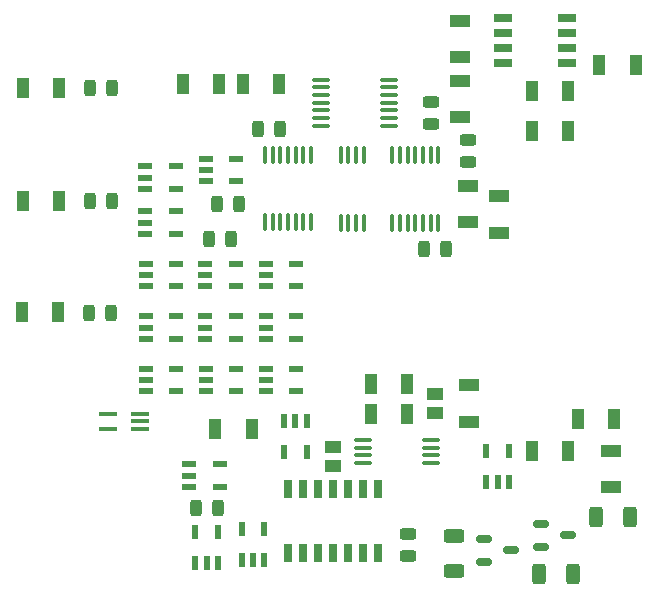
<source format=gbr>
%TF.GenerationSoftware,KiCad,Pcbnew,8.0.0*%
%TF.CreationDate,2024-04-17T18:05:47+02:00*%
%TF.ProjectId,TSAL,5453414c-2e6b-4696-9361-645f70636258,V2.1*%
%TF.SameCoordinates,Original*%
%TF.FileFunction,Paste,Top*%
%TF.FilePolarity,Positive*%
%FSLAX46Y46*%
G04 Gerber Fmt 4.6, Leading zero omitted, Abs format (unit mm)*
G04 Created by KiCad (PCBNEW 8.0.0) date 2024-04-17 18:05:47*
%MOMM*%
%LPD*%
G01*
G04 APERTURE LIST*
G04 Aperture macros list*
%AMRoundRect*
0 Rectangle with rounded corners*
0 $1 Rounding radius*
0 $2 $3 $4 $5 $6 $7 $8 $9 X,Y pos of 4 corners*
0 Add a 4 corners polygon primitive as box body*
4,1,4,$2,$3,$4,$5,$6,$7,$8,$9,$2,$3,0*
0 Add four circle primitives for the rounded corners*
1,1,$1+$1,$2,$3*
1,1,$1+$1,$4,$5*
1,1,$1+$1,$6,$7*
1,1,$1+$1,$8,$9*
0 Add four rect primitives between the rounded corners*
20,1,$1+$1,$2,$3,$4,$5,0*
20,1,$1+$1,$4,$5,$6,$7,0*
20,1,$1+$1,$6,$7,$8,$9,0*
20,1,$1+$1,$8,$9,$2,$3,0*%
G04 Aperture macros list end*
%ADD10RoundRect,0.243750X0.243750X0.456250X-0.243750X0.456250X-0.243750X-0.456250X0.243750X-0.456250X0*%
%ADD11RoundRect,0.250000X0.625000X-0.312500X0.625000X0.312500X-0.625000X0.312500X-0.625000X-0.312500X0*%
%ADD12R,1.150000X0.600000*%
%ADD13R,1.050000X1.800000*%
%ADD14R,1.528000X0.650000*%
%ADD15RoundRect,0.243750X-0.243750X-0.456250X0.243750X-0.456250X0.243750X0.456250X-0.243750X0.456250X0*%
%ADD16R,1.800000X1.050000*%
%ADD17R,1.470000X1.070000*%
%ADD18RoundRect,0.100000X-0.100000X0.637500X-0.100000X-0.637500X0.100000X-0.637500X0.100000X0.637500X0*%
%ADD19RoundRect,0.243750X-0.456250X0.243750X-0.456250X-0.243750X0.456250X-0.243750X0.456250X0.243750X0*%
%ADD20RoundRect,0.250000X-0.312500X-0.625000X0.312500X-0.625000X0.312500X0.625000X-0.312500X0.625000X0*%
%ADD21RoundRect,0.100000X-0.637500X-0.100000X0.637500X-0.100000X0.637500X0.100000X-0.637500X0.100000X0*%
%ADD22R,0.650000X1.525000*%
%ADD23RoundRect,0.150000X-0.512500X-0.150000X0.512500X-0.150000X0.512500X0.150000X-0.512500X0.150000X0*%
%ADD24R,0.600000X1.150000*%
%ADD25R,1.500000X0.400000*%
%ADD26RoundRect,0.250000X0.312500X0.625000X-0.312500X0.625000X-0.312500X-0.625000X0.312500X-0.625000X0*%
%ADD27RoundRect,0.100000X0.100000X-0.637500X0.100000X0.637500X-0.100000X0.637500X-0.100000X-0.637500X0*%
G04 APERTURE END LIST*
D10*
%TO.C,D5*%
X119047500Y-48260000D03*
X117172500Y-48260000D03*
%TD*%
D11*
%TO.C,R38*%
X137287000Y-79313500D03*
X137287000Y-76388500D03*
%TD*%
D12*
%TO.C,G5*%
X116205000Y-57790000D03*
X116205000Y-58740000D03*
X116205000Y-59690000D03*
X118805000Y-59690000D03*
X118805000Y-57790000D03*
%TD*%
D13*
%TO.C,R2*%
X103860000Y-38465000D03*
X100760000Y-38465000D03*
%TD*%
D14*
%TO.C,TI1*%
X141434000Y-32497500D03*
X141434000Y-33767500D03*
X141434000Y-35037500D03*
X141434000Y-36307500D03*
X146856000Y-36307500D03*
X146856000Y-35037500D03*
X146856000Y-33767500D03*
X146856000Y-32497500D03*
%TD*%
D13*
%TO.C,R6*%
X143865000Y-69215000D03*
X146965000Y-69215000D03*
%TD*%
D15*
%TO.C,D3*%
X106452500Y-47990000D03*
X108327500Y-47990000D03*
%TD*%
D16*
%TO.C,R23*%
X137795000Y-35840000D03*
X137795000Y-32740000D03*
%TD*%
D17*
%TO.C,C23*%
X127000000Y-70474000D03*
X127000000Y-68834000D03*
%TD*%
D18*
%TO.C,CP4*%
X135935000Y-44127500D03*
X135285000Y-44127500D03*
X134635000Y-44127500D03*
X133985000Y-44127500D03*
X133335000Y-44127500D03*
X132685000Y-44127500D03*
X132035000Y-44127500D03*
X132035000Y-49852500D03*
X132685000Y-49852500D03*
X133335000Y-49852500D03*
X133985000Y-49852500D03*
X134635000Y-49852500D03*
X135285000Y-49852500D03*
X135935000Y-49852500D03*
%TD*%
D12*
%TO.C,CP1*%
X114828800Y-70322400D03*
X114828800Y-71272400D03*
X114828800Y-72222400D03*
X117428800Y-72222400D03*
X117428800Y-70322400D03*
%TD*%
D18*
%TO.C,CP3*%
X125160600Y-49829600D03*
X124510600Y-49829600D03*
X123860600Y-49829600D03*
X123210600Y-49829600D03*
X122560600Y-49829600D03*
X121910600Y-49829600D03*
X121260600Y-49829600D03*
X121260600Y-44104600D03*
X121910600Y-44104600D03*
X122560600Y-44104600D03*
X123210600Y-44104600D03*
X123860600Y-44104600D03*
X124510600Y-44104600D03*
X125160600Y-44104600D03*
%TD*%
D19*
%TO.C,D2*%
X133350000Y-76200000D03*
X133350000Y-78075000D03*
%TD*%
D16*
%TO.C,R30*%
X138557000Y-66701000D03*
X138557000Y-63601000D03*
%TD*%
D20*
%TO.C,R40*%
X144460500Y-79629000D03*
X147385500Y-79629000D03*
%TD*%
D13*
%TO.C,R20*%
X117068000Y-67310000D03*
X120168000Y-67310000D03*
%TD*%
D21*
%TO.C,CP5*%
X129598500Y-68240000D03*
X129598500Y-68890000D03*
X129598500Y-69540000D03*
X129598500Y-70190000D03*
X135323500Y-70190000D03*
X135323500Y-69540000D03*
X135323500Y-68890000D03*
X135323500Y-68240000D03*
%TD*%
D16*
%TO.C,R24*%
X137795000Y-40920000D03*
X137795000Y-37820000D03*
%TD*%
D10*
%TO.C,D9*%
X118405950Y-51243969D03*
X116530950Y-51243969D03*
%TD*%
D22*
%TO.C,DL1*%
X123190000Y-77814000D03*
X124460000Y-77814000D03*
X125730000Y-77814000D03*
X127000000Y-77814000D03*
X128270000Y-77814000D03*
X129540000Y-77814000D03*
X130810000Y-77814000D03*
X130810000Y-72390000D03*
X129540000Y-72390000D03*
X128270000Y-72390000D03*
X127000000Y-72390000D03*
X125730000Y-72390000D03*
X124460000Y-72390000D03*
X123190000Y-72390000D03*
%TD*%
D13*
%TO.C,R7*%
X103785000Y-57375000D03*
X100685000Y-57375000D03*
%TD*%
D12*
%TO.C,G3*%
X111155000Y-53345000D03*
X111155000Y-54295000D03*
X111155000Y-55245000D03*
X113755000Y-55245000D03*
X113755000Y-53345000D03*
%TD*%
%TO.C,G13*%
X121315000Y-57790000D03*
X121315000Y-58740000D03*
X121315000Y-59690000D03*
X123915000Y-59690000D03*
X123915000Y-57790000D03*
%TD*%
D16*
%TO.C,R25*%
X138430000Y-46710000D03*
X138430000Y-49810000D03*
%TD*%
D23*
%TO.C,Q3*%
X144658500Y-75377000D03*
X144658500Y-77277000D03*
X146933500Y-76327000D03*
%TD*%
D12*
%TO.C,G12*%
X121315000Y-53345000D03*
X121315000Y-54295000D03*
X121315000Y-55245000D03*
X123915000Y-55245000D03*
X123915000Y-53345000D03*
%TD*%
%TO.C,G10*%
X116235000Y-44450000D03*
X116235000Y-45400000D03*
X116235000Y-46350000D03*
X118835000Y-46350000D03*
X118835000Y-44450000D03*
%TD*%
%TO.C,G4*%
X111155000Y-57790000D03*
X111155000Y-58740000D03*
X111155000Y-59690000D03*
X113755000Y-59690000D03*
X113755000Y-57790000D03*
%TD*%
%TO.C,G9*%
X116205000Y-53345000D03*
X116205000Y-54295000D03*
X116205000Y-55245000D03*
X118805000Y-55245000D03*
X118805000Y-53345000D03*
%TD*%
D13*
%TO.C,R22*%
X122480000Y-38100000D03*
X119380000Y-38100000D03*
%TD*%
D12*
%TO.C,G2*%
X111125000Y-48895000D03*
X111125000Y-49845000D03*
X111125000Y-50795000D03*
X113725000Y-50795000D03*
X113725000Y-48895000D03*
%TD*%
D16*
%TO.C,R48*%
X150571200Y-72263600D03*
X150571200Y-69163600D03*
%TD*%
D24*
%TO.C,G14*%
X124794648Y-66646481D03*
X123844648Y-66646481D03*
X122894648Y-66646481D03*
X122894648Y-69246481D03*
X124794648Y-69246481D03*
%TD*%
D13*
%TO.C,R46*%
X143839600Y-42113200D03*
X146939600Y-42113200D03*
%TD*%
D17*
%TO.C,C22*%
X135636000Y-64331000D03*
X135636000Y-65971000D03*
%TD*%
D12*
%TO.C,G1*%
X111125000Y-45085000D03*
X111125000Y-46035000D03*
X111125000Y-46985000D03*
X113725000Y-46985000D03*
X113725000Y-45085000D03*
%TD*%
D13*
%TO.C,R18*%
X143865000Y-38735000D03*
X146965000Y-38735000D03*
%TD*%
D24*
%TO.C,G16*%
X119319000Y-78389000D03*
X120269000Y-78389000D03*
X121219000Y-78389000D03*
X121219000Y-75789000D03*
X119319000Y-75789000D03*
%TD*%
D13*
%TO.C,R26*%
X133312500Y-63500000D03*
X130212500Y-63500000D03*
%TD*%
D12*
%TO.C,G7*%
X111155000Y-62235000D03*
X111155000Y-63185000D03*
X111155000Y-64135000D03*
X113755000Y-64135000D03*
X113755000Y-62235000D03*
%TD*%
%TO.C,G11*%
X121315000Y-62235000D03*
X121315000Y-63185000D03*
X121315000Y-64135000D03*
X123915000Y-64135000D03*
X123915000Y-62235000D03*
%TD*%
D19*
%TO.C,D11*%
X135339243Y-39618325D03*
X135339243Y-41493325D03*
%TD*%
D13*
%TO.C,R4*%
X103860000Y-47990000D03*
X100760000Y-47990000D03*
%TD*%
%TO.C,R47*%
X150851200Y-66446400D03*
X147751200Y-66446400D03*
%TD*%
%TO.C,R21*%
X117400000Y-38100000D03*
X114300000Y-38100000D03*
%TD*%
%TO.C,R27*%
X130212500Y-66040000D03*
X133312500Y-66040000D03*
%TD*%
D15*
%TO.C,D10*%
X120680000Y-41910000D03*
X122555000Y-41910000D03*
%TD*%
%TO.C,D4*%
X106377500Y-57515000D03*
X108252500Y-57515000D03*
%TD*%
%TO.C,D1*%
X106452500Y-38465000D03*
X108327500Y-38465000D03*
%TD*%
D10*
%TO.C,D8*%
X136568634Y-52080993D03*
X134693634Y-52080993D03*
%TD*%
D21*
%TO.C,U1*%
X131767500Y-37747159D03*
X131767500Y-38397159D03*
X131767500Y-39047159D03*
X131767500Y-39697159D03*
X131767500Y-40347159D03*
X131767500Y-40997159D03*
X131767500Y-41647159D03*
X126042500Y-41647159D03*
X126042500Y-40997159D03*
X126042500Y-40347159D03*
X126042500Y-39697159D03*
X126042500Y-39047159D03*
X126042500Y-38397159D03*
X126042500Y-37747159D03*
%TD*%
D25*
%TO.C,U2*%
X110677000Y-67325000D03*
X110677000Y-66675000D03*
X110677000Y-66025000D03*
X108017000Y-66025000D03*
X108017000Y-67325000D03*
%TD*%
D24*
%TO.C,G8*%
X140020000Y-71785000D03*
X140970000Y-71785000D03*
X141920000Y-71785000D03*
X141920000Y-69185000D03*
X140020000Y-69185000D03*
%TD*%
D12*
%TO.C,G6*%
X116235000Y-62235000D03*
X116235000Y-63185000D03*
X116235000Y-64135000D03*
X118835000Y-64135000D03*
X118835000Y-62235000D03*
%TD*%
D13*
%TO.C,R45*%
X149580000Y-36474400D03*
X152680000Y-36474400D03*
%TD*%
D15*
%TO.C,D6*%
X115394500Y-74041000D03*
X117269500Y-74041000D03*
%TD*%
D24*
%TO.C,G15*%
X115382000Y-78643000D03*
X116332000Y-78643000D03*
X117282000Y-78643000D03*
X117282000Y-76043000D03*
X115382000Y-76043000D03*
%TD*%
D19*
%TO.C,D7*%
X138430000Y-42877500D03*
X138430000Y-44752500D03*
%TD*%
D26*
%TO.C,R37*%
X152211500Y-74803000D03*
X149286500Y-74803000D03*
%TD*%
D27*
%TO.C,CP2*%
X127676000Y-49852500D03*
X128326000Y-49852500D03*
X128976000Y-49852500D03*
X129626000Y-49852500D03*
X129626000Y-44127500D03*
X128976000Y-44127500D03*
X128326000Y-44127500D03*
X127676000Y-44127500D03*
%TD*%
D16*
%TO.C,R28*%
X141096870Y-50726974D03*
X141096870Y-47626974D03*
%TD*%
D23*
%TO.C,Q4*%
X139832500Y-76647000D03*
X139832500Y-78547000D03*
X142107500Y-77597000D03*
%TD*%
M02*

</source>
